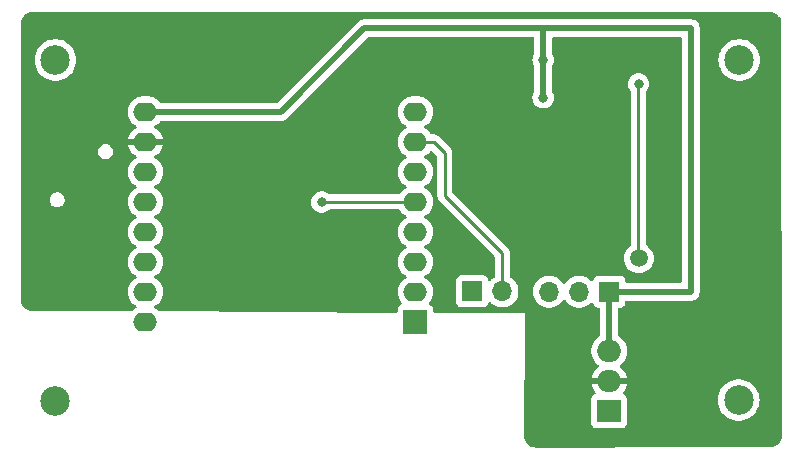
<source format=gbr>
%TF.GenerationSoftware,KiCad,Pcbnew,8.0.8*%
%TF.CreationDate,2026-01-01T17:30:43-08:00*%
%TF.ProjectId,navien,6e617669-656e-42e6-9b69-6361645f7063,rev?*%
%TF.SameCoordinates,Original*%
%TF.FileFunction,Copper,L2,Bot*%
%TF.FilePolarity,Positive*%
%FSLAX46Y46*%
G04 Gerber Fmt 4.6, Leading zero omitted, Abs format (unit mm)*
G04 Created by KiCad (PCBNEW 8.0.8) date 2026-01-01 17:30:43*
%MOMM*%
%LPD*%
G01*
G04 APERTURE LIST*
%TA.AperFunction,ComponentPad*%
%ADD10R,1.700000X1.700000*%
%TD*%
%TA.AperFunction,ComponentPad*%
%ADD11O,1.700000X1.700000*%
%TD*%
%TA.AperFunction,ComponentPad*%
%ADD12R,2.000000X2.000000*%
%TD*%
%TA.AperFunction,ComponentPad*%
%ADD13O,2.000000X1.600000*%
%TD*%
%TA.AperFunction,ComponentPad*%
%ADD14C,2.500000*%
%TD*%
%TA.AperFunction,ComponentPad*%
%ADD15R,2.000000X1.905000*%
%TD*%
%TA.AperFunction,ComponentPad*%
%ADD16O,2.000000X1.905000*%
%TD*%
%TA.AperFunction,ViaPad*%
%ADD17C,0.800000*%
%TD*%
%TA.AperFunction,ViaPad*%
%ADD18C,1.500000*%
%TD*%
%TA.AperFunction,Conductor*%
%ADD19C,0.500000*%
%TD*%
%TA.AperFunction,Conductor*%
%ADD20C,0.250000*%
%TD*%
G04 APERTURE END LIST*
D10*
%TO.P,J1,1,Pin_1*%
%TO.N,+5V*%
X49885600Y13208000D03*
D11*
%TO.P,J1,2,Pin_2*%
%TO.N,Net-(J1-Pin_2)*%
X47345600Y13208000D03*
%TO.P,J1,3,Pin_3*%
%TO.N,/Reg Pin*%
X44805600Y13208000D03*
%TD*%
D12*
%TO.P,U1,1,~{RST}*%
%TO.N,unconnected-(U1-~{RST}-Pad1)*%
X33477200Y10651600D03*
D13*
%TO.P,U1,2,A0*%
%TO.N,unconnected-(U1-A0-Pad2)*%
X33477200Y13191600D03*
%TO.P,U1,3,D0*%
%TO.N,Net-(U1-D0)*%
X33477200Y15731600D03*
%TO.P,U1,4,SCK/D5*%
%TO.N,Net-(Q1-S)*%
X33477200Y18271600D03*
%TO.P,U1,5,MISO/D6*%
%TO.N,Net-(U1-MISO{slash}D6)*%
X33477200Y20811600D03*
%TO.P,U1,6,MOSI/D7*%
%TO.N,Net-(J2-Pin_1)*%
X33477200Y23351600D03*
%TO.P,U1,7,CS/D8*%
%TO.N,Net-(J2-Pin_2)*%
X33477200Y25891600D03*
%TO.P,U1,8,3V3*%
%TO.N,+3.3V*%
X33477200Y28431600D03*
%TO.P,U1,9,5V*%
%TO.N,+5V*%
X10617200Y28431600D03*
%TO.P,U1,10,GND*%
%TO.N,GND*%
X10617200Y25891600D03*
%TO.P,U1,11,D4*%
%TO.N,unconnected-(U1-D4-Pad11)*%
X10617200Y23351600D03*
%TO.P,U1,12,D3*%
%TO.N,Net-(U1-D3)*%
X10617200Y20811600D03*
%TO.P,U1,13,SDA/D2*%
%TO.N,Net-(U1-SDA{slash}D2)*%
X10617200Y18271600D03*
%TO.P,U1,14,SCL/D1*%
%TO.N,Net-(U1-SCL{slash}D1)*%
X10617200Y15731600D03*
%TO.P,U1,15,RX*%
%TO.N,unconnected-(U1-RX-Pad15)*%
X10617200Y13191600D03*
%TO.P,U1,16,TX*%
%TO.N,unconnected-(U1-TX-Pad16)*%
X10617200Y10651600D03*
%TD*%
D14*
%TO.P,REF3,3*%
%TO.N,N/C*%
X60850000Y4031600D03*
%TD*%
%TO.P,REF1,1*%
%TO.N,N/C*%
X3003148Y32831600D03*
%TD*%
D10*
%TO.P,J2,1,Pin_1*%
%TO.N,Net-(J2-Pin_1)*%
X38300000Y13231600D03*
D11*
%TO.P,J2,2,Pin_2*%
%TO.N,Net-(J2-Pin_2)*%
X40840000Y13231600D03*
%TD*%
D14*
%TO.P,REF4,2*%
%TO.N,N/C*%
X3003148Y3931600D03*
%TD*%
D15*
%TO.P,U3,1,VI*%
%TO.N,/Reg Pin*%
X49885600Y3098800D03*
D16*
%TO.P,U3,2,GND*%
%TO.N,GND*%
X49885600Y5638800D03*
%TO.P,U3,3,VO*%
%TO.N,+5V*%
X49885600Y8178800D03*
%TD*%
D14*
%TO.P,REF2,4*%
%TO.N,N/C*%
X60900000Y32831600D03*
%TD*%
D17*
%TO.N,+5V*%
X44300000Y29631600D03*
X44300000Y32831600D03*
%TO.N,GND*%
X4200000Y22631600D03*
X60457948Y21031200D03*
X41661948Y18186400D03*
X60457948Y20116800D03*
X53396748Y20015200D03*
X53388162Y18915231D03*
X48875548Y25450800D03*
X38737500Y33431600D03*
X38737500Y32331600D03*
X53390800Y21082000D03*
X38737500Y31231600D03*
X4500000Y12131600D03*
X60457948Y19202400D03*
D18*
%TO.N,Net-(Q1-D)*%
X52400000Y16031600D03*
D17*
X52374800Y30784800D03*
%TO.N,Net-(U1-MISO{slash}D6)*%
X25550000Y20781600D03*
%TD*%
D19*
%TO.N,+5V*%
X44300000Y35509200D02*
X41605200Y35509200D01*
X49885600Y13208000D02*
X56794400Y13208000D01*
X44300000Y29631600D02*
X44300000Y35509200D01*
X10642200Y28406600D02*
X22056600Y28406600D01*
X49885600Y8178800D02*
X49885600Y13208000D01*
X56794400Y13208000D02*
X56794400Y35509200D01*
X10617200Y28431600D02*
X10642200Y28406600D01*
X56794400Y35509200D02*
X41605200Y35509200D01*
X29159200Y35509200D02*
X41605200Y35509200D01*
X22056600Y28406600D02*
X29159200Y35509200D01*
D20*
%TO.N,Net-(Q1-D)*%
X52400000Y16031600D02*
X52363162Y16068438D01*
X52363162Y30773162D02*
X52374800Y30784800D01*
X52363162Y16068438D02*
X52363162Y30773162D01*
%TO.N,Net-(U1-MISO{slash}D6)*%
X33472200Y20806600D02*
X33477200Y20811600D01*
X25550000Y20781600D02*
X25575000Y20806600D01*
X25575000Y20806600D02*
X33472200Y20806600D01*
%TO.N,Net-(J2-Pin_2)*%
X35966400Y24942800D02*
X35017600Y25891600D01*
X40840000Y13231600D02*
X40840000Y16462400D01*
X40840000Y16462400D02*
X35966400Y21336000D01*
X35017600Y25891600D02*
X33595200Y25891600D01*
X35966400Y21336000D02*
X35966400Y24942800D01*
X33595200Y25891600D02*
X33477200Y26009600D01*
%TD*%
%TA.AperFunction,Conductor*%
%TO.N,GND*%
G36*
X63478684Y36880194D02*
G01*
X63655109Y36862834D01*
X63679308Y36858025D01*
X63843028Y36808407D01*
X63865824Y36798974D01*
X63941278Y36758684D01*
X64016730Y36718396D01*
X64037253Y36704699D01*
X64169562Y36596249D01*
X64187018Y36578816D01*
X64295642Y36446667D01*
X64309371Y36426159D01*
X64390154Y36275369D01*
X64399622Y36252578D01*
X64449463Y36088932D01*
X64454306Y36064734D01*
X64471910Y35888337D01*
X64472533Y35875999D01*
X64520561Y1056041D01*
X64519972Y1043697D01*
X64502844Y867195D01*
X64498064Y842977D01*
X64448649Y679159D01*
X64439240Y656338D01*
X64358832Y505296D01*
X64345152Y484746D01*
X64236837Y352281D01*
X64219414Y334793D01*
X64087347Y225986D01*
X64066850Y212232D01*
X63916113Y131267D01*
X63893325Y121772D01*
X63729682Y71748D01*
X63705483Y66879D01*
X63596193Y55865D01*
X63529045Y49098D01*
X63516725Y48464D01*
X56886498Y33049D01*
X43685007Y2356D01*
X43672602Y2939D01*
X43495229Y20068D01*
X43470892Y24872D01*
X43306296Y74612D01*
X43283373Y84090D01*
X43131710Y165114D01*
X43111086Y178901D01*
X42978239Y288068D01*
X42960717Y305627D01*
X42918319Y357446D01*
X42851826Y438713D01*
X42838089Y459357D01*
X42757386Y611193D01*
X42747956Y634137D01*
X42698564Y798840D01*
X42693812Y823187D01*
X42689656Y867195D01*
X42677058Y1000603D01*
X42676502Y1012986D01*
X42718336Y10425556D01*
X42718335Y10425557D01*
X42718335Y10425564D01*
X42722800Y11430000D01*
X41718353Y11430000D01*
X35111700Y11430000D01*
X35043579Y11450002D01*
X34997086Y11503658D01*
X34985700Y11556000D01*
X34985700Y11700233D01*
X34985699Y11700250D01*
X34979190Y11760797D01*
X34979188Y11760805D01*
X34946105Y11849501D01*
X34928089Y11897804D01*
X34928088Y11897806D01*
X34928087Y11897808D01*
X34840461Y12014862D01*
X34723406Y12102488D01*
X34723404Y12102489D01*
X34699654Y12111348D01*
X34642820Y12153895D01*
X34618011Y12220416D01*
X34633104Y12289790D01*
X34654595Y12318497D01*
X34675268Y12339170D01*
X34796329Y12505797D01*
X34889834Y12689310D01*
X34953480Y12885192D01*
X34985700Y13088619D01*
X34985700Y13294581D01*
X34953480Y13498008D01*
X34889834Y13693890D01*
X34796329Y13877403D01*
X34675268Y14044030D01*
X34675265Y14044033D01*
X34675263Y14044036D01*
X34529635Y14189664D01*
X34529632Y14189666D01*
X34529630Y14189668D01*
X34404199Y14280798D01*
X34363006Y14310727D01*
X34363005Y14310728D01*
X34363003Y14310729D01*
X34287234Y14349335D01*
X34235622Y14398081D01*
X34218556Y14466996D01*
X34241457Y14534198D01*
X34287234Y14573865D01*
X34363003Y14612471D01*
X34529630Y14733532D01*
X34675268Y14879170D01*
X34796329Y15045797D01*
X34889834Y15229310D01*
X34953480Y15425192D01*
X34985700Y15628619D01*
X34985700Y15834581D01*
X34953480Y16038008D01*
X34889834Y16233890D01*
X34796329Y16417403D01*
X34675268Y16584030D01*
X34675265Y16584033D01*
X34675263Y16584036D01*
X34529635Y16729664D01*
X34529632Y16729666D01*
X34529630Y16729668D01*
X34363003Y16850729D01*
X34287234Y16889335D01*
X34235622Y16938081D01*
X34218556Y17006996D01*
X34241457Y17074198D01*
X34287234Y17113865D01*
X34363003Y17152471D01*
X34529630Y17273532D01*
X34675268Y17419170D01*
X34796329Y17585797D01*
X34889834Y17769310D01*
X34953480Y17965192D01*
X34985700Y18168619D01*
X34985700Y18374581D01*
X34953480Y18578008D01*
X34889834Y18773890D01*
X34796329Y18957403D01*
X34675268Y19124030D01*
X34675265Y19124033D01*
X34675263Y19124036D01*
X34529635Y19269664D01*
X34529632Y19269666D01*
X34529630Y19269668D01*
X34363003Y19390729D01*
X34287234Y19429335D01*
X34235622Y19478081D01*
X34218556Y19546996D01*
X34241457Y19614198D01*
X34287234Y19653865D01*
X34363003Y19692471D01*
X34529630Y19813532D01*
X34675268Y19959170D01*
X34796329Y20125797D01*
X34889834Y20309310D01*
X34953480Y20505192D01*
X34985700Y20708619D01*
X34985700Y20914581D01*
X34953480Y21118008D01*
X34889834Y21313890D01*
X34796329Y21497403D01*
X34675268Y21664030D01*
X34675265Y21664033D01*
X34675263Y21664036D01*
X34529635Y21809664D01*
X34529632Y21809666D01*
X34529630Y21809668D01*
X34363003Y21930729D01*
X34287234Y21969335D01*
X34235622Y22018081D01*
X34218556Y22086996D01*
X34241457Y22154198D01*
X34287234Y22193865D01*
X34363003Y22232471D01*
X34529630Y22353532D01*
X34675268Y22499170D01*
X34796329Y22665797D01*
X34889834Y22849310D01*
X34953480Y23045192D01*
X34985700Y23248619D01*
X34985700Y23454581D01*
X34953480Y23658008D01*
X34889834Y23853890D01*
X34796329Y24037403D01*
X34675268Y24204030D01*
X34675265Y24204033D01*
X34675263Y24204036D01*
X34529635Y24349664D01*
X34529632Y24349666D01*
X34529630Y24349668D01*
X34363003Y24470729D01*
X34287234Y24509335D01*
X34235622Y24558081D01*
X34218556Y24626996D01*
X34241457Y24694198D01*
X34287234Y24733865D01*
X34363003Y24772471D01*
X34529630Y24893532D01*
X34675268Y25039170D01*
X34714316Y25092916D01*
X34770535Y25136269D01*
X34841271Y25142346D01*
X34904064Y25109215D01*
X34905346Y25107950D01*
X35295995Y24717301D01*
X35330021Y24654989D01*
X35332900Y24628206D01*
X35332900Y21398394D01*
X35332900Y21273606D01*
X35357245Y21151215D01*
X35405000Y21035925D01*
X35474329Y20932167D01*
X35474331Y20932165D01*
X40169595Y16236901D01*
X40203621Y16174589D01*
X40206500Y16147806D01*
X40206500Y14508522D01*
X40186498Y14440401D01*
X40140471Y14397709D01*
X40094426Y14372790D01*
X40094424Y14372789D01*
X39916762Y14234509D01*
X39855754Y14168237D01*
X39794901Y14131667D01*
X39723936Y14133802D01*
X39665391Y14173964D01*
X39644999Y14209543D01*
X39607258Y14310727D01*
X39600889Y14327804D01*
X39600888Y14327806D01*
X39600887Y14327808D01*
X39513261Y14444862D01*
X39396207Y14532488D01*
X39396202Y14532490D01*
X39259204Y14583589D01*
X39259196Y14583591D01*
X39198649Y14590100D01*
X39198638Y14590100D01*
X37401362Y14590100D01*
X37401350Y14590100D01*
X37340803Y14583591D01*
X37340795Y14583589D01*
X37203797Y14532490D01*
X37203792Y14532488D01*
X37086738Y14444862D01*
X36999112Y14327808D01*
X36999110Y14327803D01*
X36948011Y14190805D01*
X36948009Y14190797D01*
X36941500Y14130250D01*
X36941500Y12332951D01*
X36948009Y12272404D01*
X36948011Y12272396D01*
X36999110Y12135398D01*
X36999112Y12135393D01*
X37086738Y12018339D01*
X37203792Y11930713D01*
X37203794Y11930712D01*
X37203796Y11930711D01*
X37242693Y11916203D01*
X37340795Y11879612D01*
X37340803Y11879610D01*
X37401350Y11873101D01*
X37401355Y11873101D01*
X37401362Y11873100D01*
X37401368Y11873100D01*
X39198632Y11873100D01*
X39198638Y11873100D01*
X39198645Y11873101D01*
X39198649Y11873101D01*
X39259196Y11879610D01*
X39259199Y11879611D01*
X39259201Y11879611D01*
X39396204Y11930711D01*
X39466399Y11983258D01*
X39513261Y12018339D01*
X39600886Y12135392D01*
X39600885Y12135392D01*
X39600889Y12135396D01*
X39644999Y12253661D01*
X39687545Y12310493D01*
X39754066Y12335304D01*
X39823440Y12320212D01*
X39855753Y12294965D01*
X39916760Y12228694D01*
X39916762Y12228692D01*
X39961929Y12193537D01*
X40094424Y12090411D01*
X40292426Y11983258D01*
X40292427Y11983258D01*
X40292428Y11983257D01*
X40361170Y11959658D01*
X40505365Y11910156D01*
X40727431Y11873100D01*
X40727435Y11873100D01*
X40952565Y11873100D01*
X40952569Y11873100D01*
X41174635Y11910156D01*
X41387574Y11983258D01*
X41585576Y12090411D01*
X41763240Y12228694D01*
X41915722Y12394332D01*
X42038860Y12582809D01*
X42129296Y12788984D01*
X42184564Y13007232D01*
X42203156Y13231600D01*
X42184564Y13455968D01*
X42135273Y13650614D01*
X42129297Y13674213D01*
X42129296Y13674214D01*
X42129296Y13674216D01*
X42038860Y13880391D01*
X42019936Y13909357D01*
X41915724Y14068866D01*
X41915720Y14068871D01*
X41786220Y14209543D01*
X41763240Y14234506D01*
X41763239Y14234507D01*
X41763237Y14234509D01*
X41643367Y14327808D01*
X41585576Y14372789D01*
X41555617Y14389002D01*
X41539529Y14397709D01*
X41489139Y14447723D01*
X41473500Y14508522D01*
X41473500Y16031600D01*
X51136693Y16031600D01*
X51155885Y15812230D01*
X51212879Y15599527D01*
X51212881Y15599521D01*
X51305942Y15399950D01*
X51305944Y15399946D01*
X51425422Y15229315D01*
X51432251Y15219562D01*
X51432254Y15219558D01*
X51587957Y15063855D01*
X51587961Y15063852D01*
X51587962Y15063851D01*
X51768346Y14937544D01*
X51967924Y14844480D01*
X52180629Y14787485D01*
X52400000Y14768293D01*
X52619371Y14787485D01*
X52832076Y14844480D01*
X53031654Y14937544D01*
X53212038Y15063851D01*
X53367749Y15219562D01*
X53494056Y15399946D01*
X53587120Y15599524D01*
X53644115Y15812229D01*
X53663307Y16031600D01*
X53644115Y16250971D01*
X53587120Y16463676D01*
X53494056Y16663253D01*
X53367749Y16843638D01*
X53212038Y16999349D01*
X53208823Y17001600D01*
X53050391Y17112536D01*
X53006063Y17167993D01*
X52996662Y17215749D01*
X52996662Y30069350D01*
X53016664Y30137471D01*
X53029026Y30153661D01*
X53042478Y30168601D01*
X53113840Y30247856D01*
X53209327Y30413244D01*
X53268342Y30594872D01*
X53288304Y30784800D01*
X53268342Y30974728D01*
X53209327Y31156356D01*
X53113840Y31321744D01*
X53113838Y31321746D01*
X53113834Y31321752D01*
X52986055Y31463665D01*
X52831552Y31575918D01*
X52657088Y31653594D01*
X52470287Y31693300D01*
X52279313Y31693300D01*
X52092511Y31653594D01*
X51918047Y31575918D01*
X51763544Y31463665D01*
X51635765Y31321752D01*
X51635758Y31321742D01*
X51540276Y31156362D01*
X51540273Y31156355D01*
X51481257Y30974728D01*
X51461296Y30784800D01*
X51481257Y30594873D01*
X51511326Y30502330D01*
X51540273Y30413244D01*
X51540276Y30413239D01*
X51635758Y30247859D01*
X51635761Y30247855D01*
X51697298Y30179512D01*
X51728015Y30115504D01*
X51729662Y30095201D01*
X51729662Y17164161D01*
X51709660Y17096040D01*
X51675933Y17060948D01*
X51587962Y16999350D01*
X51432248Y16843635D01*
X51305944Y16663254D01*
X51212881Y16463680D01*
X51212879Y16463674D01*
X51155885Y16250971D01*
X51136693Y16031600D01*
X41473500Y16031600D01*
X41473500Y16524793D01*
X41473499Y16524797D01*
X41449155Y16647185D01*
X41401400Y16762475D01*
X41332071Y16866233D01*
X41243833Y16954471D01*
X36636805Y21561499D01*
X36602779Y21623811D01*
X36599900Y21650594D01*
X36599900Y25005193D01*
X36599899Y25005197D01*
X36597074Y25019401D01*
X36575555Y25127585D01*
X36527800Y25242875D01*
X36458471Y25346633D01*
X36370233Y25434871D01*
X35421433Y26383671D01*
X35317675Y26453000D01*
X35202385Y26500755D01*
X35128686Y26515415D01*
X35079996Y26525100D01*
X35079994Y26525100D01*
X34898530Y26525100D01*
X34830409Y26545102D01*
X34796594Y26577039D01*
X34748441Y26643315D01*
X34675268Y26744030D01*
X34675265Y26744033D01*
X34675263Y26744036D01*
X34529635Y26889664D01*
X34529632Y26889666D01*
X34529630Y26889668D01*
X34363003Y27010729D01*
X34287234Y27049335D01*
X34235622Y27098081D01*
X34218556Y27166996D01*
X34241457Y27234198D01*
X34287234Y27273865D01*
X34363003Y27312471D01*
X34529630Y27433532D01*
X34675268Y27579170D01*
X34796329Y27745797D01*
X34889834Y27929310D01*
X34953480Y28125192D01*
X34985700Y28328619D01*
X34985700Y28534581D01*
X34953480Y28738008D01*
X34889834Y28933890D01*
X34796329Y29117403D01*
X34675268Y29284030D01*
X34675265Y29284033D01*
X34675263Y29284036D01*
X34529635Y29429664D01*
X34529632Y29429666D01*
X34529630Y29429668D01*
X34363003Y29550729D01*
X34179490Y29644234D01*
X34179487Y29644235D01*
X34179485Y29644236D01*
X33983612Y29707879D01*
X33983610Y29707880D01*
X33983608Y29707880D01*
X33780181Y29740100D01*
X33174219Y29740100D01*
X32970792Y29707880D01*
X32970790Y29707880D01*
X32970787Y29707879D01*
X32774914Y29644236D01*
X32774908Y29644233D01*
X32591393Y29550727D01*
X32424767Y29429666D01*
X32424764Y29429664D01*
X32279136Y29284036D01*
X32279134Y29284033D01*
X32158073Y29117407D01*
X32064567Y28933892D01*
X32064564Y28933886D01*
X32000921Y28738013D01*
X32000920Y28738010D01*
X32000920Y28738008D01*
X31968700Y28534581D01*
X31968700Y28328619D01*
X32000920Y28125192D01*
X32064566Y27929310D01*
X32158071Y27745797D01*
X32279132Y27579170D01*
X32279134Y27579168D01*
X32279136Y27579165D01*
X32424764Y27433537D01*
X32424767Y27433535D01*
X32424770Y27433532D01*
X32591397Y27312471D01*
X32667162Y27273867D01*
X32718777Y27225118D01*
X32735843Y27156203D01*
X32712942Y27089002D01*
X32667163Y27049334D01*
X32666616Y27049055D01*
X32591393Y27010727D01*
X32424767Y26889666D01*
X32424764Y26889664D01*
X32279136Y26744036D01*
X32279134Y26744033D01*
X32158073Y26577407D01*
X32064567Y26393892D01*
X32064564Y26393886D01*
X32000921Y26198013D01*
X32000920Y26198010D01*
X32000920Y26198008D01*
X31968700Y25994581D01*
X31968700Y25788619D01*
X32000902Y25585305D01*
X32000921Y25585188D01*
X32005167Y25572119D01*
X32064566Y25389310D01*
X32158071Y25205797D01*
X32279132Y25039170D01*
X32279134Y25039168D01*
X32279136Y25039165D01*
X32424764Y24893537D01*
X32424767Y24893535D01*
X32424770Y24893532D01*
X32591397Y24772471D01*
X32667162Y24733867D01*
X32718777Y24685118D01*
X32735843Y24616203D01*
X32712942Y24549002D01*
X32667163Y24509334D01*
X32598545Y24474371D01*
X32591393Y24470727D01*
X32424767Y24349666D01*
X32424764Y24349664D01*
X32279136Y24204036D01*
X32279134Y24204033D01*
X32158073Y24037407D01*
X32064567Y23853892D01*
X32064564Y23853886D01*
X32000921Y23658013D01*
X32000920Y23658010D01*
X32000920Y23658008D01*
X31968700Y23454581D01*
X31968700Y23248619D01*
X32000920Y23045192D01*
X32064566Y22849310D01*
X32158071Y22665797D01*
X32279132Y22499170D01*
X32279134Y22499168D01*
X32279136Y22499165D01*
X32424764Y22353537D01*
X32424767Y22353535D01*
X32424770Y22353532D01*
X32591397Y22232471D01*
X32667162Y22193867D01*
X32718777Y22145118D01*
X32735843Y22076203D01*
X32712942Y22009002D01*
X32667163Y21969334D01*
X32598233Y21934213D01*
X32591393Y21930727D01*
X32424767Y21809666D01*
X32424764Y21809664D01*
X32279136Y21664036D01*
X32279134Y21664033D01*
X32155161Y21493398D01*
X32153540Y21494576D01*
X32107165Y21452628D01*
X32052392Y21440100D01*
X26230224Y21440100D01*
X26162103Y21460102D01*
X26156163Y21464164D01*
X26006752Y21572718D01*
X25832288Y21650394D01*
X25645487Y21690100D01*
X25454513Y21690100D01*
X25267711Y21650394D01*
X25093247Y21572718D01*
X24938744Y21460465D01*
X24810965Y21318552D01*
X24810958Y21318542D01*
X24722774Y21165802D01*
X24715473Y21153156D01*
X24714842Y21151213D01*
X24656457Y20971528D01*
X24636496Y20781600D01*
X24656457Y20591673D01*
X24660563Y20579037D01*
X24715473Y20410044D01*
X24715476Y20410039D01*
X24810958Y20244659D01*
X24810965Y20244649D01*
X24938744Y20102736D01*
X24938747Y20102734D01*
X25093248Y19990482D01*
X25267712Y19912806D01*
X25454513Y19873100D01*
X25645487Y19873100D01*
X25832288Y19912806D01*
X26006752Y19990482D01*
X26161253Y20102734D01*
X26177845Y20121161D01*
X26187074Y20131410D01*
X26247520Y20168650D01*
X26280710Y20173100D01*
X32059503Y20173100D01*
X32127624Y20153098D01*
X32161439Y20121161D01*
X32279132Y19959170D01*
X32279134Y19959168D01*
X32279136Y19959165D01*
X32424764Y19813537D01*
X32424767Y19813535D01*
X32424770Y19813532D01*
X32591397Y19692471D01*
X32667162Y19653867D01*
X32718777Y19605118D01*
X32735843Y19536203D01*
X32712942Y19469002D01*
X32667163Y19429334D01*
X32598233Y19394213D01*
X32591393Y19390727D01*
X32424767Y19269666D01*
X32424764Y19269664D01*
X32279136Y19124036D01*
X32279134Y19124033D01*
X32158073Y18957407D01*
X32064567Y18773892D01*
X32064564Y18773886D01*
X32000921Y18578013D01*
X32000920Y18578010D01*
X32000920Y18578008D01*
X31968700Y18374581D01*
X31968700Y18168619D01*
X32000920Y17965192D01*
X32064566Y17769310D01*
X32158071Y17585797D01*
X32279132Y17419170D01*
X32279134Y17419168D01*
X32279136Y17419165D01*
X32424764Y17273537D01*
X32424767Y17273535D01*
X32424770Y17273532D01*
X32591397Y17152471D01*
X32667162Y17113867D01*
X32718777Y17065118D01*
X32735843Y16996203D01*
X32712942Y16929002D01*
X32667163Y16889334D01*
X32598233Y16854213D01*
X32591393Y16850727D01*
X32424767Y16729666D01*
X32424764Y16729664D01*
X32279136Y16584036D01*
X32279134Y16584033D01*
X32158073Y16417407D01*
X32064567Y16233892D01*
X32064564Y16233886D01*
X32000921Y16038013D01*
X32000920Y16038010D01*
X32000920Y16038008D01*
X31968700Y15834581D01*
X31968700Y15628619D01*
X31973309Y15599521D01*
X32000921Y15425188D01*
X32009121Y15399950D01*
X32064566Y15229310D01*
X32158071Y15045797D01*
X32279132Y14879170D01*
X32279134Y14879168D01*
X32279136Y14879165D01*
X32424764Y14733537D01*
X32424767Y14733535D01*
X32424770Y14733532D01*
X32591397Y14612471D01*
X32667162Y14573867D01*
X32718777Y14525118D01*
X32735843Y14456203D01*
X32712942Y14389002D01*
X32667163Y14349334D01*
X32598233Y14314213D01*
X32591393Y14310727D01*
X32424767Y14189666D01*
X32424764Y14189664D01*
X32279136Y14044036D01*
X32279134Y14044033D01*
X32158073Y13877407D01*
X32064567Y13693892D01*
X32064564Y13693886D01*
X32000921Y13498013D01*
X32000920Y13498010D01*
X32000920Y13498008D01*
X31968700Y13294581D01*
X31968700Y13088619D01*
X31985330Y12983625D01*
X32000921Y12885188D01*
X32053135Y12724489D01*
X32064566Y12689310D01*
X32158071Y12505797D01*
X32279132Y12339170D01*
X32279134Y12339168D01*
X32279136Y12339165D01*
X32299804Y12318497D01*
X32333830Y12256185D01*
X32328765Y12185370D01*
X32286218Y12128534D01*
X32254745Y12111348D01*
X32230997Y12102490D01*
X32230992Y12102488D01*
X32113938Y12014862D01*
X32026312Y11897808D01*
X32026310Y11897803D01*
X31975211Y11760805D01*
X31975209Y11760797D01*
X31968700Y11700250D01*
X31968700Y11561211D01*
X31948698Y11493090D01*
X31895042Y11446597D01*
X31842118Y11435212D01*
X11843251Y11527656D01*
X11775223Y11547973D01*
X11754742Y11564556D01*
X11669630Y11649668D01*
X11600010Y11700250D01*
X11503006Y11770727D01*
X11503005Y11770728D01*
X11503003Y11770729D01*
X11427234Y11809335D01*
X11375622Y11858081D01*
X11358556Y11926996D01*
X11381457Y11994198D01*
X11427234Y12033865D01*
X11503003Y12072471D01*
X11669630Y12193532D01*
X11815268Y12339170D01*
X11936329Y12505797D01*
X12029834Y12689310D01*
X12093480Y12885192D01*
X12125700Y13088619D01*
X12125700Y13294581D01*
X12093480Y13498008D01*
X12029834Y13693890D01*
X11936329Y13877403D01*
X11815268Y14044030D01*
X11815265Y14044033D01*
X11815263Y14044036D01*
X11669635Y14189664D01*
X11669632Y14189666D01*
X11669630Y14189668D01*
X11544199Y14280798D01*
X11503006Y14310727D01*
X11503005Y14310728D01*
X11503003Y14310729D01*
X11427234Y14349335D01*
X11375622Y14398081D01*
X11358556Y14466996D01*
X11381457Y14534198D01*
X11427234Y14573865D01*
X11503003Y14612471D01*
X11669630Y14733532D01*
X11815268Y14879170D01*
X11936329Y15045797D01*
X12029834Y15229310D01*
X12093480Y15425192D01*
X12125700Y15628619D01*
X12125700Y15834581D01*
X12093480Y16038008D01*
X12029834Y16233890D01*
X11936329Y16417403D01*
X11815268Y16584030D01*
X11815265Y16584033D01*
X11815263Y16584036D01*
X11669635Y16729664D01*
X11669632Y16729666D01*
X11669630Y16729668D01*
X11503003Y16850729D01*
X11427234Y16889335D01*
X11375622Y16938081D01*
X11358556Y17006996D01*
X11381457Y17074198D01*
X11427234Y17113865D01*
X11503003Y17152471D01*
X11669630Y17273532D01*
X11815268Y17419170D01*
X11936329Y17585797D01*
X12029834Y17769310D01*
X12093480Y17965192D01*
X12125700Y18168619D01*
X12125700Y18374581D01*
X12093480Y18578008D01*
X12029834Y18773890D01*
X11936329Y18957403D01*
X11815268Y19124030D01*
X11815265Y19124033D01*
X11815263Y19124036D01*
X11669635Y19269664D01*
X11669632Y19269666D01*
X11669630Y19269668D01*
X11503003Y19390729D01*
X11427234Y19429335D01*
X11375622Y19478081D01*
X11358556Y19546996D01*
X11381457Y19614198D01*
X11427234Y19653865D01*
X11503003Y19692471D01*
X11669630Y19813532D01*
X11815268Y19959170D01*
X11936329Y20125797D01*
X12029834Y20309310D01*
X12093480Y20505192D01*
X12125700Y20708619D01*
X12125700Y20914581D01*
X12093480Y21118008D01*
X12029834Y21313890D01*
X11936329Y21497403D01*
X11815268Y21664030D01*
X11815265Y21664033D01*
X11815263Y21664036D01*
X11669635Y21809664D01*
X11669632Y21809666D01*
X11669630Y21809668D01*
X11503003Y21930729D01*
X11427234Y21969335D01*
X11375622Y22018081D01*
X11358556Y22086996D01*
X11381457Y22154198D01*
X11427234Y22193865D01*
X11503003Y22232471D01*
X11669630Y22353532D01*
X11815268Y22499170D01*
X11936329Y22665797D01*
X12029834Y22849310D01*
X12093480Y23045192D01*
X12125700Y23248619D01*
X12125700Y23454581D01*
X12093480Y23658008D01*
X12029834Y23853890D01*
X11936329Y24037403D01*
X11815268Y24204030D01*
X11815265Y24204033D01*
X11815263Y24204036D01*
X11669635Y24349664D01*
X11669632Y24349666D01*
X11669630Y24349668D01*
X11503003Y24470729D01*
X11426686Y24509615D01*
X11375073Y24558361D01*
X11358007Y24627276D01*
X11380908Y24694478D01*
X11426688Y24734147D01*
X11502745Y24772901D01*
X11669307Y24893916D01*
X11669310Y24893918D01*
X11814882Y25039490D01*
X11814884Y25039493D01*
X11935899Y25206055D01*
X12029370Y25389501D01*
X12029373Y25389507D01*
X12092991Y25585305D01*
X12101274Y25637600D01*
X10928886Y25637600D01*
X10937280Y25645994D01*
X10989941Y25737206D01*
X11017200Y25838939D01*
X11017200Y25944261D01*
X10989941Y26045994D01*
X10937280Y26137206D01*
X10928886Y26145600D01*
X12101274Y26145600D01*
X12092991Y26197896D01*
X12029373Y26393694D01*
X12029370Y26393700D01*
X11935899Y26577146D01*
X11814884Y26743708D01*
X11814882Y26743711D01*
X11669310Y26889283D01*
X11669307Y26889285D01*
X11502742Y27010302D01*
X11426687Y27049055D01*
X11375072Y27097803D01*
X11358007Y27166718D01*
X11380908Y27233920D01*
X11426685Y27273586D01*
X11503003Y27312471D01*
X11669630Y27433532D01*
X11815268Y27579170D01*
X11815272Y27579174D01*
X11827612Y27596159D01*
X11883833Y27639514D01*
X11929549Y27648100D01*
X22131301Y27648100D01*
X22131305Y27648100D01*
X22131306Y27648100D01*
X22204576Y27662675D01*
X22277847Y27677249D01*
X22415884Y27734426D01*
X22540115Y27817434D01*
X29436476Y34713795D01*
X29498788Y34747821D01*
X29525571Y34750700D01*
X41530494Y34750700D01*
X43415500Y34750700D01*
X43483621Y34730698D01*
X43530114Y34677042D01*
X43541500Y34624700D01*
X43541500Y33368601D01*
X43524619Y33305601D01*
X43465476Y33203162D01*
X43465473Y33203155D01*
X43406457Y33021528D01*
X43386496Y32831600D01*
X43406457Y32641673D01*
X43430144Y32568774D01*
X43465473Y32460044D01*
X43524619Y32357600D01*
X43541500Y32294601D01*
X43541500Y30168601D01*
X43524619Y30105601D01*
X43465476Y30003162D01*
X43465473Y30003155D01*
X43406457Y29821528D01*
X43386496Y29631600D01*
X43406457Y29441673D01*
X43436526Y29349130D01*
X43465473Y29260044D01*
X43465476Y29260039D01*
X43560958Y29094659D01*
X43560965Y29094649D01*
X43688744Y28952736D01*
X43688747Y28952734D01*
X43843248Y28840482D01*
X44017712Y28762806D01*
X44204513Y28723100D01*
X44395487Y28723100D01*
X44582288Y28762806D01*
X44756752Y28840482D01*
X44911253Y28952734D01*
X45039040Y29094656D01*
X45134527Y29260044D01*
X45193542Y29441672D01*
X45213504Y29631600D01*
X45193542Y29821528D01*
X45134527Y30003156D01*
X45075381Y30105601D01*
X45058500Y30168601D01*
X45058500Y32294601D01*
X45075380Y32357600D01*
X45134527Y32460044D01*
X45193542Y32641672D01*
X45213504Y32831600D01*
X45193542Y33021528D01*
X45134527Y33203156D01*
X45075381Y33305601D01*
X45058500Y33368601D01*
X45058500Y34624700D01*
X45078502Y34692821D01*
X45132158Y34739314D01*
X45184500Y34750700D01*
X55909900Y34750700D01*
X55978021Y34730698D01*
X56024514Y34677042D01*
X56035900Y34624700D01*
X56035900Y14092500D01*
X56015898Y14024379D01*
X55962242Y13977886D01*
X55909900Y13966500D01*
X51370100Y13966500D01*
X51301979Y13986502D01*
X51255486Y14040158D01*
X51244100Y14092500D01*
X51244100Y14106633D01*
X51244099Y14106650D01*
X51237590Y14167197D01*
X51237588Y14167205D01*
X51186489Y14304203D01*
X51186487Y14304208D01*
X51098861Y14421262D01*
X50981807Y14508888D01*
X50981802Y14508890D01*
X50844804Y14559989D01*
X50844796Y14559991D01*
X50784249Y14566500D01*
X50784238Y14566500D01*
X48986962Y14566500D01*
X48986950Y14566500D01*
X48926403Y14559991D01*
X48926395Y14559989D01*
X48789397Y14508890D01*
X48789392Y14508888D01*
X48672338Y14421262D01*
X48584712Y14304208D01*
X48584711Y14304205D01*
X48540600Y14185942D01*
X48498053Y14129107D01*
X48431532Y14104297D01*
X48362158Y14119389D01*
X48329846Y14144637D01*
X48268840Y14210906D01*
X48268839Y14210907D01*
X48268837Y14210909D01*
X48148972Y14304204D01*
X48091176Y14349189D01*
X47893174Y14456342D01*
X47893172Y14456343D01*
X47893171Y14456344D01*
X47680239Y14529443D01*
X47680230Y14529445D01*
X47636076Y14536813D01*
X47458169Y14566500D01*
X47233031Y14566500D01*
X47084811Y14541767D01*
X47010969Y14529445D01*
X47010960Y14529443D01*
X46798028Y14456344D01*
X46798026Y14456342D01*
X46600026Y14349190D01*
X46600024Y14349189D01*
X46422362Y14210909D01*
X46269879Y14045271D01*
X46181083Y13909357D01*
X46127079Y13863269D01*
X46056731Y13853694D01*
X45992374Y13883671D01*
X45970117Y13909357D01*
X45894969Y14024379D01*
X45881322Y14045268D01*
X45881321Y14045269D01*
X45881320Y14045271D01*
X45728837Y14210909D01*
X45608972Y14304204D01*
X45551176Y14349189D01*
X45353174Y14456342D01*
X45353172Y14456343D01*
X45353171Y14456344D01*
X45140239Y14529443D01*
X45140230Y14529445D01*
X45096076Y14536813D01*
X44918169Y14566500D01*
X44693031Y14566500D01*
X44544811Y14541767D01*
X44470969Y14529445D01*
X44470960Y14529443D01*
X44258028Y14456344D01*
X44258026Y14456342D01*
X44060026Y14349190D01*
X44060024Y14349189D01*
X43882362Y14210909D01*
X43729879Y14045271D01*
X43729875Y14045266D01*
X43606741Y13856794D01*
X43516303Y13650614D01*
X43516302Y13650613D01*
X43461037Y13432376D01*
X43461036Y13432370D01*
X43461036Y13432368D01*
X43442444Y13208000D01*
X43460777Y12986754D01*
X43461037Y12983625D01*
X43516302Y12765388D01*
X43516303Y12765387D01*
X43516304Y12765384D01*
X43580585Y12618838D01*
X43606741Y12559207D01*
X43729875Y12370735D01*
X43729879Y12370730D01*
X43882362Y12205092D01*
X43907701Y12185370D01*
X44060024Y12066811D01*
X44258026Y11959658D01*
X44258027Y11959658D01*
X44258028Y11959657D01*
X44342340Y11930713D01*
X44470965Y11886556D01*
X44693031Y11849500D01*
X44693035Y11849500D01*
X44918165Y11849500D01*
X44918169Y11849500D01*
X45140235Y11886556D01*
X45353174Y11959658D01*
X45551176Y12066811D01*
X45728840Y12205094D01*
X45881322Y12370732D01*
X45970118Y12506646D01*
X46024120Y12552732D01*
X46094468Y12562308D01*
X46158825Y12532331D01*
X46181080Y12506647D01*
X46214207Y12455942D01*
X46269875Y12370735D01*
X46269879Y12370730D01*
X46422362Y12205092D01*
X46447701Y12185370D01*
X46600024Y12066811D01*
X46798026Y11959658D01*
X46798027Y11959658D01*
X46798028Y11959657D01*
X46882340Y11930713D01*
X47010965Y11886556D01*
X47233031Y11849500D01*
X47233035Y11849500D01*
X47458165Y11849500D01*
X47458169Y11849500D01*
X47680235Y11886556D01*
X47893174Y11959658D01*
X48091176Y12066811D01*
X48268840Y12205094D01*
X48329845Y12271363D01*
X48390696Y12307933D01*
X48461661Y12305800D01*
X48520206Y12265638D01*
X48540600Y12230059D01*
X48584711Y12111796D01*
X48584712Y12111793D01*
X48672338Y11994739D01*
X48789392Y11907113D01*
X48789394Y11907112D01*
X48789396Y11907111D01*
X48844500Y11886558D01*
X48926395Y11856012D01*
X48926403Y11856010D01*
X48986950Y11849501D01*
X48986955Y11849501D01*
X48986962Y11849500D01*
X49001100Y11849500D01*
X49069221Y11829498D01*
X49115714Y11775842D01*
X49127100Y11723500D01*
X49127100Y9532325D01*
X49107098Y9464204D01*
X49075161Y9430389D01*
X48886319Y9293187D01*
X48886316Y9293185D01*
X48723715Y9130584D01*
X48723713Y9130581D01*
X48588540Y8944532D01*
X48484141Y8739637D01*
X48484138Y8739628D01*
X48413074Y8520921D01*
X48377100Y8293781D01*
X48377100Y8063820D01*
X48413074Y7836680D01*
X48448606Y7727327D01*
X48484138Y7617971D01*
X48484139Y7617968D01*
X48484141Y7617964D01*
X48588540Y7413069D01*
X48723711Y7227022D01*
X48723713Y7227020D01*
X48723715Y7227017D01*
X48886316Y7064416D01*
X48886319Y7064414D01*
X48886322Y7064411D01*
X48960625Y7010427D01*
X49003979Y6954205D01*
X49010054Y6883469D01*
X48976923Y6820677D01*
X48960626Y6806555D01*
X48886641Y6752802D01*
X48724097Y6590258D01*
X48724095Y6590255D01*
X48588971Y6404273D01*
X48484603Y6199439D01*
X48484600Y6199433D01*
X48413564Y5980807D01*
X48399625Y5892800D01*
X49397162Y5892800D01*
X49373082Y5851092D01*
X49335600Y5711209D01*
X49335600Y5566391D01*
X49373082Y5426508D01*
X49397162Y5384800D01*
X48399625Y5384800D01*
X48413564Y5296794D01*
X48484600Y5078168D01*
X48484603Y5078162D01*
X48588971Y4873328D01*
X48714403Y4700685D01*
X48738262Y4633817D01*
X48722181Y4564665D01*
X48671267Y4515185D01*
X48656501Y4508569D01*
X48639395Y4502189D01*
X48639392Y4502188D01*
X48522338Y4414562D01*
X48434712Y4297508D01*
X48434710Y4297503D01*
X48383611Y4160505D01*
X48383609Y4160497D01*
X48377100Y4099950D01*
X48377100Y2097651D01*
X48383609Y2037104D01*
X48383611Y2037096D01*
X48434710Y1900098D01*
X48434712Y1900093D01*
X48522338Y1783039D01*
X48639392Y1695413D01*
X48639394Y1695412D01*
X48639396Y1695411D01*
X48698475Y1673376D01*
X48776395Y1644312D01*
X48776403Y1644310D01*
X48836950Y1637801D01*
X48836955Y1637801D01*
X48836962Y1637800D01*
X48836968Y1637800D01*
X50934232Y1637800D01*
X50934238Y1637800D01*
X50934245Y1637801D01*
X50934249Y1637801D01*
X50994796Y1644310D01*
X50994799Y1644311D01*
X50994801Y1644311D01*
X51131804Y1695411D01*
X51248861Y1783039D01*
X51336489Y1900096D01*
X51387589Y2037099D01*
X51394100Y2097662D01*
X51394100Y4031600D01*
X59086569Y4031600D01*
X59106265Y3768774D01*
X59106266Y3768770D01*
X59164911Y3511825D01*
X59261202Y3266480D01*
X59261205Y3266472D01*
X59392982Y3038228D01*
X59392984Y3038225D01*
X59392985Y3038224D01*
X59557314Y2832162D01*
X59750519Y2652894D01*
X59750525Y2652890D01*
X59968275Y2504430D01*
X59968279Y2504428D01*
X59968285Y2504424D01*
X60205746Y2390068D01*
X60205749Y2390068D01*
X60205754Y2390065D01*
X60457589Y2312385D01*
X60457591Y2312385D01*
X60457600Y2312382D01*
X60718219Y2273100D01*
X60718223Y2273100D01*
X60981777Y2273100D01*
X60981781Y2273100D01*
X61242400Y2312382D01*
X61242410Y2312385D01*
X61494245Y2390065D01*
X61494247Y2390066D01*
X61494254Y2390068D01*
X61731716Y2504424D01*
X61949481Y2652894D01*
X62142686Y2832162D01*
X62307015Y3038224D01*
X62438796Y3266476D01*
X62535087Y3511820D01*
X62593735Y3768774D01*
X62613431Y4031600D01*
X62593735Y4294426D01*
X62540484Y4527734D01*
X62535088Y4551376D01*
X62535087Y4551377D01*
X62535087Y4551380D01*
X62438796Y4796724D01*
X62438795Y4796725D01*
X62438794Y4796729D01*
X62307017Y5024973D01*
X62307015Y5024976D01*
X62142686Y5231038D01*
X61949481Y5410306D01*
X61949474Y5410311D01*
X61731725Y5558771D01*
X61731718Y5558775D01*
X61494257Y5673131D01*
X61494245Y5673136D01*
X61242410Y5750816D01*
X61242402Y5750818D01*
X61242400Y5750818D01*
X60981781Y5790100D01*
X60718219Y5790100D01*
X60457600Y5750818D01*
X60457598Y5750818D01*
X60457589Y5750816D01*
X60205754Y5673136D01*
X60205742Y5673131D01*
X59968283Y5558775D01*
X59968275Y5558771D01*
X59750525Y5410311D01*
X59750520Y5410307D01*
X59557315Y5231039D01*
X59392982Y5024973D01*
X59261205Y4796729D01*
X59261202Y4796721D01*
X59164911Y4551376D01*
X59106967Y4297503D01*
X59106265Y4294426D01*
X59086569Y4031600D01*
X51394100Y4031600D01*
X51394100Y4099938D01*
X51394099Y4099950D01*
X51387590Y4160497D01*
X51387588Y4160505D01*
X51336489Y4297503D01*
X51336487Y4297508D01*
X51248861Y4414562D01*
X51131808Y4502187D01*
X51131805Y4502188D01*
X51131804Y4502189D01*
X51114696Y4508570D01*
X51057864Y4551115D01*
X51033053Y4617636D01*
X51048145Y4687010D01*
X51056796Y4700685D01*
X51182228Y4873328D01*
X51286596Y5078162D01*
X51286599Y5078168D01*
X51357635Y5296794D01*
X51371575Y5384800D01*
X50374038Y5384800D01*
X50398118Y5426508D01*
X50435600Y5566391D01*
X50435600Y5711209D01*
X50398118Y5851092D01*
X50374038Y5892800D01*
X51371574Y5892800D01*
X51357635Y5980807D01*
X51286599Y6199433D01*
X51286596Y6199439D01*
X51182228Y6404273D01*
X51047104Y6590255D01*
X51047102Y6590258D01*
X50884557Y6752803D01*
X50884554Y6752805D01*
X50810574Y6806555D01*
X50767220Y6862777D01*
X50761145Y6933513D01*
X50794276Y6996305D01*
X50810565Y7010421D01*
X50884878Y7064411D01*
X51047489Y7227022D01*
X51182660Y7413069D01*
X51287062Y7617971D01*
X51358126Y7836682D01*
X51394100Y8063817D01*
X51394100Y8293783D01*
X51358126Y8520918D01*
X51287062Y8739629D01*
X51182660Y8944531D01*
X51047489Y9130578D01*
X51047486Y9130581D01*
X51047484Y9130584D01*
X50884883Y9293185D01*
X50884880Y9293187D01*
X50884878Y9293189D01*
X50771834Y9375320D01*
X50696039Y9430389D01*
X50652685Y9486611D01*
X50644100Y9532325D01*
X50644100Y11723500D01*
X50664102Y11791621D01*
X50717758Y11838114D01*
X50770100Y11849500D01*
X50784232Y11849500D01*
X50784238Y11849500D01*
X50784245Y11849501D01*
X50784249Y11849501D01*
X50844796Y11856010D01*
X50844799Y11856011D01*
X50844801Y11856011D01*
X50981804Y11907111D01*
X50985875Y11910158D01*
X51098861Y11994739D01*
X51186487Y12111793D01*
X51186487Y12111794D01*
X51186489Y12111796D01*
X51237589Y12248799D01*
X51238112Y12253658D01*
X51244099Y12309351D01*
X51244100Y12309368D01*
X51244100Y12323500D01*
X51264102Y12391621D01*
X51317758Y12438114D01*
X51370100Y12449500D01*
X56869106Y12449500D01*
X57015646Y12478649D01*
X57153684Y12535826D01*
X57277916Y12618835D01*
X57383565Y12724484D01*
X57466574Y12848716D01*
X57523751Y12986754D01*
X57552900Y13133294D01*
X57552900Y32831600D01*
X59136569Y32831600D01*
X59156265Y32568774D01*
X59156266Y32568770D01*
X59214911Y32311825D01*
X59311202Y32066480D01*
X59311205Y32066472D01*
X59442982Y31838228D01*
X59442984Y31838225D01*
X59442985Y31838224D01*
X59607314Y31632162D01*
X59800519Y31452894D01*
X59800525Y31452890D01*
X60018275Y31304430D01*
X60018279Y31304428D01*
X60018285Y31304424D01*
X60255746Y31190068D01*
X60255749Y31190068D01*
X60255754Y31190065D01*
X60507589Y31112385D01*
X60507591Y31112385D01*
X60507600Y31112382D01*
X60768219Y31073100D01*
X60768223Y31073100D01*
X61031777Y31073100D01*
X61031781Y31073100D01*
X61292400Y31112382D01*
X61292410Y31112385D01*
X61544245Y31190065D01*
X61544247Y31190066D01*
X61544254Y31190068D01*
X61781716Y31304424D01*
X61999481Y31452894D01*
X62192686Y31632162D01*
X62357015Y31838224D01*
X62488796Y32066476D01*
X62585087Y32311820D01*
X62643735Y32568774D01*
X62663431Y32831600D01*
X62643735Y33094426D01*
X62585087Y33351380D01*
X62488796Y33596724D01*
X62488795Y33596725D01*
X62488794Y33596729D01*
X62357017Y33824973D01*
X62357015Y33824976D01*
X62192686Y34031038D01*
X61999481Y34210306D01*
X61999474Y34210311D01*
X61781725Y34358771D01*
X61781718Y34358775D01*
X61544257Y34473131D01*
X61544245Y34473136D01*
X61292410Y34550816D01*
X61292402Y34550818D01*
X61292400Y34550818D01*
X61031781Y34590100D01*
X60768219Y34590100D01*
X60507600Y34550818D01*
X60507598Y34550818D01*
X60507589Y34550816D01*
X60255754Y34473136D01*
X60255742Y34473131D01*
X60018283Y34358775D01*
X60018275Y34358771D01*
X59800525Y34210311D01*
X59800520Y34210307D01*
X59607315Y34031039D01*
X59442982Y33824973D01*
X59311205Y33596729D01*
X59311202Y33596721D01*
X59214911Y33351376D01*
X59156266Y33094431D01*
X59156265Y33094426D01*
X59136569Y32831600D01*
X57552900Y32831600D01*
X57552900Y35583906D01*
X57523751Y35730446D01*
X57466574Y35868484D01*
X57383565Y35992716D01*
X57277916Y36098365D01*
X57153684Y36181374D01*
X57072822Y36214868D01*
X57015649Y36238550D01*
X57015646Y36238551D01*
X56869109Y36267700D01*
X56869106Y36267700D01*
X41679906Y36267700D01*
X29084494Y36267700D01*
X29084488Y36267700D01*
X29011224Y36253127D01*
X29011224Y36253126D01*
X28937953Y36238551D01*
X28937951Y36238551D01*
X28937950Y36238550D01*
X28937949Y36238550D01*
X28880776Y36214868D01*
X28799916Y36181374D01*
X28799915Y36181373D01*
X28675685Y36098366D01*
X28675679Y36098361D01*
X21779324Y29202005D01*
X21717012Y29167979D01*
X21690229Y29165100D01*
X11965876Y29165100D01*
X11897755Y29185102D01*
X11863939Y29217040D01*
X11815267Y29284032D01*
X11669635Y29429664D01*
X11669632Y29429666D01*
X11669630Y29429668D01*
X11503003Y29550729D01*
X11319490Y29644234D01*
X11319487Y29644235D01*
X11319485Y29644236D01*
X11123612Y29707879D01*
X11123610Y29707880D01*
X11123608Y29707880D01*
X10920181Y29740100D01*
X10314219Y29740100D01*
X10110792Y29707880D01*
X10110790Y29707880D01*
X10110787Y29707879D01*
X9914914Y29644236D01*
X9914908Y29644233D01*
X9731393Y29550727D01*
X9564767Y29429666D01*
X9564764Y29429664D01*
X9419136Y29284036D01*
X9419134Y29284033D01*
X9298073Y29117407D01*
X9204567Y28933892D01*
X9204564Y28933886D01*
X9140921Y28738013D01*
X9140920Y28738010D01*
X9140920Y28738008D01*
X9108700Y28534581D01*
X9108700Y28328619D01*
X9140920Y28125192D01*
X9204566Y27929310D01*
X9298071Y27745797D01*
X9419132Y27579170D01*
X9419134Y27579168D01*
X9419136Y27579165D01*
X9564764Y27433537D01*
X9564767Y27433535D01*
X9564770Y27433532D01*
X9731397Y27312471D01*
X9807711Y27273587D01*
X9859326Y27224840D01*
X9876392Y27155925D01*
X9853492Y27088724D01*
X9807713Y27049055D01*
X9731655Y27010301D01*
X9565092Y26889285D01*
X9565089Y26889283D01*
X9419517Y26743711D01*
X9419515Y26743708D01*
X9298500Y26577146D01*
X9205029Y26393700D01*
X9205026Y26393694D01*
X9141408Y26197896D01*
X9133126Y26145600D01*
X10305514Y26145600D01*
X10297120Y26137206D01*
X10244459Y26045994D01*
X10217200Y25944261D01*
X10217200Y25838939D01*
X10244459Y25737206D01*
X10297120Y25645994D01*
X10305514Y25637600D01*
X9133126Y25637600D01*
X9141408Y25585305D01*
X9205026Y25389507D01*
X9205029Y25389501D01*
X9298500Y25206055D01*
X9419515Y25039493D01*
X9419517Y25039490D01*
X9565089Y24893918D01*
X9565092Y24893916D01*
X9731655Y24772900D01*
X9807711Y24734147D01*
X9859326Y24685398D01*
X9876392Y24616483D01*
X9853491Y24549282D01*
X9807711Y24509613D01*
X9731393Y24470728D01*
X9564767Y24349666D01*
X9564764Y24349664D01*
X9419136Y24204036D01*
X9419134Y24204033D01*
X9298073Y24037407D01*
X9204567Y23853892D01*
X9204564Y23853886D01*
X9140921Y23658013D01*
X9140920Y23658010D01*
X9140920Y23658008D01*
X9108700Y23454581D01*
X9108700Y23248619D01*
X9140920Y23045192D01*
X9204566Y22849310D01*
X9298071Y22665797D01*
X9419132Y22499170D01*
X9419134Y22499168D01*
X9419136Y22499165D01*
X9564764Y22353537D01*
X9564767Y22353535D01*
X9564770Y22353532D01*
X9731397Y22232471D01*
X9807162Y22193867D01*
X9858777Y22145118D01*
X9875843Y22076203D01*
X9852942Y22009002D01*
X9807163Y21969334D01*
X9738233Y21934213D01*
X9731393Y21930727D01*
X9564767Y21809666D01*
X9564764Y21809664D01*
X9419136Y21664036D01*
X9419134Y21664033D01*
X9298073Y21497407D01*
X9204567Y21313892D01*
X9204564Y21313886D01*
X9140921Y21118013D01*
X9140920Y21118010D01*
X9140920Y21118008D01*
X9108700Y20914581D01*
X9108700Y20708619D01*
X9129224Y20579037D01*
X9140921Y20505188D01*
X9191312Y20350100D01*
X9204566Y20309310D01*
X9298071Y20125797D01*
X9419132Y19959170D01*
X9419134Y19959168D01*
X9419136Y19959165D01*
X9564764Y19813537D01*
X9564767Y19813535D01*
X9564770Y19813532D01*
X9731397Y19692471D01*
X9807162Y19653867D01*
X9858777Y19605118D01*
X9875843Y19536203D01*
X9852942Y19469002D01*
X9807163Y19429334D01*
X9738233Y19394213D01*
X9731393Y19390727D01*
X9564767Y19269666D01*
X9564764Y19269664D01*
X9419136Y19124036D01*
X9419134Y19124033D01*
X9298073Y18957407D01*
X9204567Y18773892D01*
X9204564Y18773886D01*
X9140921Y18578013D01*
X9140920Y18578010D01*
X9140920Y18578008D01*
X9108700Y18374581D01*
X9108700Y18168619D01*
X9140920Y17965192D01*
X9204566Y17769310D01*
X9298071Y17585797D01*
X9419132Y17419170D01*
X9419134Y17419168D01*
X9419136Y17419165D01*
X9564764Y17273537D01*
X9564767Y17273535D01*
X9564770Y17273532D01*
X9731397Y17152471D01*
X9807162Y17113867D01*
X9858777Y17065118D01*
X9875843Y16996203D01*
X9852942Y16929002D01*
X9807163Y16889334D01*
X9738233Y16854213D01*
X9731393Y16850727D01*
X9564767Y16729666D01*
X9564764Y16729664D01*
X9419136Y16584036D01*
X9419134Y16584033D01*
X9298073Y16417407D01*
X9204567Y16233892D01*
X9204564Y16233886D01*
X9140921Y16038013D01*
X9140920Y16038010D01*
X9140920Y16038008D01*
X9108700Y15834581D01*
X9108700Y15628619D01*
X9113309Y15599521D01*
X9140921Y15425188D01*
X9149121Y15399950D01*
X9204566Y15229310D01*
X9298071Y15045797D01*
X9419132Y14879170D01*
X9419134Y14879168D01*
X9419136Y14879165D01*
X9564764Y14733537D01*
X9564767Y14733535D01*
X9564770Y14733532D01*
X9731397Y14612471D01*
X9807162Y14573867D01*
X9858777Y14525118D01*
X9875843Y14456203D01*
X9852942Y14389002D01*
X9807163Y14349334D01*
X9738233Y14314213D01*
X9731393Y14310727D01*
X9564767Y14189666D01*
X9564764Y14189664D01*
X9419136Y14044036D01*
X9419134Y14044033D01*
X9298073Y13877407D01*
X9204567Y13693892D01*
X9204564Y13693886D01*
X9140921Y13498013D01*
X9140920Y13498010D01*
X9140920Y13498008D01*
X9108700Y13294581D01*
X9108700Y13088619D01*
X9125330Y12983625D01*
X9140921Y12885188D01*
X9193135Y12724489D01*
X9204566Y12689310D01*
X9298071Y12505797D01*
X9419132Y12339170D01*
X9419134Y12339168D01*
X9419136Y12339165D01*
X9564764Y12193537D01*
X9564767Y12193535D01*
X9564770Y12193532D01*
X9731397Y12072471D01*
X9807162Y12033867D01*
X9858777Y11985118D01*
X9875843Y11916203D01*
X9852942Y11849002D01*
X9807163Y11809334D01*
X9776555Y11793739D01*
X9731390Y11770726D01*
X9564776Y11649675D01*
X9490947Y11575846D01*
X9428634Y11541821D01*
X9401270Y11538943D01*
X6507151Y11552321D01*
X6507112Y11552322D01*
X6507064Y11552322D01*
X6503200Y11552339D01*
X6499161Y11552327D01*
X6499146Y11552326D01*
X6499145Y11552327D01*
X3688112Y11543292D01*
X1060439Y11534846D01*
X1048095Y11535414D01*
X949233Y11544851D01*
X871053Y11552315D01*
X846762Y11557077D01*
X682437Y11606464D01*
X659545Y11615883D01*
X508044Y11696446D01*
X487434Y11710160D01*
X354609Y11818789D01*
X337080Y11836266D01*
X228057Y11968765D01*
X214282Y11989333D01*
X211676Y11994198D01*
X133266Y12140597D01*
X123780Y12163459D01*
X73903Y12327637D01*
X69070Y12351906D01*
X51641Y12528895D01*
X51036Y12541265D01*
X51039Y12552732D01*
X53031Y21043800D01*
X2518500Y21043800D01*
X2518500Y20919401D01*
X2542768Y20797398D01*
X2590372Y20682472D01*
X2636549Y20613363D01*
X2659481Y20579043D01*
X2659486Y20579037D01*
X2747436Y20491087D01*
X2747442Y20491082D01*
X2850872Y20421972D01*
X2965798Y20374368D01*
X3087803Y20350100D01*
X3087804Y20350100D01*
X3212196Y20350100D01*
X3212197Y20350100D01*
X3334202Y20374368D01*
X3449128Y20421972D01*
X3552558Y20491082D01*
X3640518Y20579042D01*
X3709628Y20682472D01*
X3757232Y20797398D01*
X3781500Y20919403D01*
X3781500Y21043797D01*
X3757232Y21165802D01*
X3709628Y21280728D01*
X3640518Y21384158D01*
X3640513Y21384164D01*
X3552563Y21472114D01*
X3552557Y21472119D01*
X3514710Y21497407D01*
X3449128Y21541228D01*
X3334202Y21588832D01*
X3286080Y21598404D01*
X3212199Y21613100D01*
X3212197Y21613100D01*
X3087803Y21613100D01*
X3087800Y21613100D01*
X2965797Y21588832D01*
X2965792Y21588830D01*
X2850872Y21541228D01*
X2747442Y21472119D01*
X2747436Y21472114D01*
X2659486Y21384164D01*
X2659481Y21384158D01*
X2590372Y21280728D01*
X2542770Y21165808D01*
X2542768Y21165803D01*
X2518500Y21043800D01*
X53031Y21043800D01*
X53993Y25143800D01*
X6618500Y25143800D01*
X6618500Y25019401D01*
X6642768Y24897398D01*
X6690372Y24782472D01*
X6722662Y24734147D01*
X6759481Y24679043D01*
X6759486Y24679037D01*
X6847436Y24591087D01*
X6847442Y24591082D01*
X6950872Y24521972D01*
X7065798Y24474368D01*
X7187803Y24450100D01*
X7187804Y24450100D01*
X7312196Y24450100D01*
X7312197Y24450100D01*
X7434202Y24474368D01*
X7549128Y24521972D01*
X7652558Y24591082D01*
X7740518Y24679042D01*
X7809628Y24782472D01*
X7857232Y24897398D01*
X7881500Y25019403D01*
X7881500Y25143797D01*
X7857232Y25265802D01*
X7809628Y25380728D01*
X7740518Y25484158D01*
X7740513Y25484164D01*
X7652563Y25572114D01*
X7652557Y25572119D01*
X7618237Y25595051D01*
X7549128Y25641228D01*
X7434202Y25688832D01*
X7312199Y25713100D01*
X7312197Y25713100D01*
X7187803Y25713100D01*
X7187800Y25713100D01*
X7065797Y25688832D01*
X7065792Y25688830D01*
X6950872Y25641228D01*
X6847442Y25572119D01*
X6847436Y25572114D01*
X6759486Y25484164D01*
X6759481Y25484158D01*
X6690372Y25380728D01*
X6642770Y25265808D01*
X6642768Y25265803D01*
X6618500Y25143800D01*
X53993Y25143800D01*
X55797Y32831600D01*
X1239717Y32831600D01*
X1259413Y32568774D01*
X1259414Y32568770D01*
X1318059Y32311825D01*
X1414350Y32066480D01*
X1414353Y32066472D01*
X1546130Y31838228D01*
X1546132Y31838225D01*
X1546133Y31838224D01*
X1710462Y31632162D01*
X1903667Y31452894D01*
X1903673Y31452890D01*
X2121423Y31304430D01*
X2121427Y31304428D01*
X2121433Y31304424D01*
X2358894Y31190068D01*
X2358897Y31190068D01*
X2358902Y31190065D01*
X2610737Y31112385D01*
X2610739Y31112385D01*
X2610748Y31112382D01*
X2871367Y31073100D01*
X2871371Y31073100D01*
X3134925Y31073100D01*
X3134929Y31073100D01*
X3395548Y31112382D01*
X3395558Y31112385D01*
X3647393Y31190065D01*
X3647395Y31190066D01*
X3647402Y31190068D01*
X3884864Y31304424D01*
X4102629Y31452894D01*
X4295834Y31632162D01*
X4460163Y31838224D01*
X4591944Y32066476D01*
X4688235Y32311820D01*
X4746883Y32568774D01*
X4766579Y32831600D01*
X4746883Y33094426D01*
X4688235Y33351380D01*
X4591944Y33596724D01*
X4591943Y33596725D01*
X4591942Y33596729D01*
X4460165Y33824973D01*
X4460163Y33824976D01*
X4295834Y34031038D01*
X4102629Y34210306D01*
X4102622Y34210311D01*
X3884873Y34358771D01*
X3884866Y34358775D01*
X3647405Y34473131D01*
X3647393Y34473136D01*
X3395558Y34550816D01*
X3395550Y34550818D01*
X3395548Y34550818D01*
X3134929Y34590100D01*
X2871367Y34590100D01*
X2610748Y34550818D01*
X2610746Y34550818D01*
X2610737Y34550816D01*
X2358902Y34473136D01*
X2358890Y34473131D01*
X2121431Y34358775D01*
X2121423Y34358771D01*
X1903673Y34210311D01*
X1903668Y34210307D01*
X1710463Y34031039D01*
X1546130Y33824973D01*
X1414353Y33596729D01*
X1414350Y33596721D01*
X1318059Y33351376D01*
X1259414Y33094431D01*
X1259413Y33094426D01*
X1239717Y32831600D01*
X55797Y32831600D01*
X56511Y35874854D01*
X57119Y35887179D01*
X74550Y36063755D01*
X79368Y36087955D01*
X129102Y36251791D01*
X138543Y36274573D01*
X219279Y36425561D01*
X232994Y36446078D01*
X341618Y36578401D01*
X359078Y36595858D01*
X491428Y36704452D01*
X511957Y36718166D01*
X662945Y36798857D01*
X685748Y36808301D01*
X849591Y36857994D01*
X873781Y36862806D01*
X1050369Y36880196D01*
X1062697Y36880800D01*
X63466345Y36880800D01*
X63478684Y36880194D01*
G37*
%TD.AperFunction*%
%TD*%
M02*

</source>
